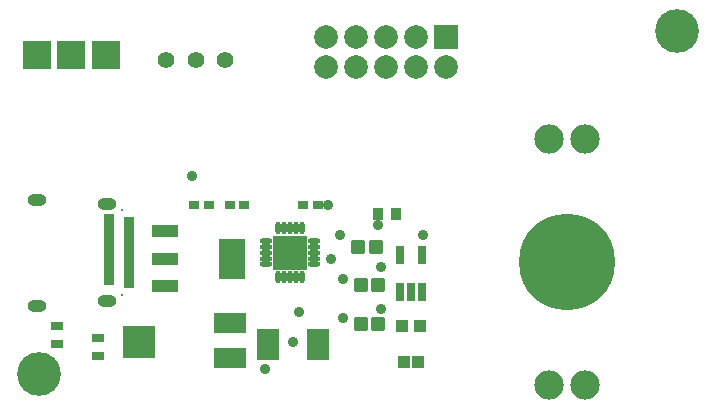
<source format=gts>
G04 Layer_Color=20142*
%FSLAX24Y24*%
%MOIN*%
G70*
G01*
G75*
%ADD43R,0.0434X0.0316*%
%ADD44R,0.0395X0.0434*%
%ADD45R,0.0400X0.0400*%
%ADD46R,0.0297X0.0630*%
%ADD47R,0.0907X0.1340*%
%ADD48R,0.0907X0.0434*%
%ADD49O,0.0434X0.0178*%
%ADD50O,0.0178X0.0434*%
%ADD51R,0.1143X0.1143*%
%ADD52R,0.0749X0.0257*%
G04:AMPARAMS|DCode=53|XSize=47.4mil|YSize=47.4mil|CornerRadius=8.9mil|HoleSize=0mil|Usage=FLASHONLY|Rotation=180.000|XOffset=0mil|YOffset=0mil|HoleType=Round|Shape=RoundedRectangle|*
%AMROUNDEDRECTD53*
21,1,0.0474,0.0295,0,0,180.0*
21,1,0.0295,0.0474,0,0,180.0*
1,1,0.0178,-0.0148,0.0148*
1,1,0.0178,0.0148,0.0148*
1,1,0.0178,0.0148,-0.0148*
1,1,0.0178,-0.0148,-0.0148*
%
%ADD53ROUNDEDRECTD53*%
%ADD54C,0.3200*%
%ADD55R,0.0356X0.0198*%
%ADD56R,0.1064X0.1064*%
%ADD57R,0.1064X0.0671*%
%ADD58R,0.0319X0.0279*%
%ADD59R,0.0375X0.0415*%
%ADD60R,0.0789X0.0789*%
%ADD61C,0.0789*%
%ADD62C,0.0980*%
%ADD63O,0.0631X0.0395*%
%ADD64C,0.0080*%
%ADD65R,0.0966X0.0966*%
%ADD66C,0.0552*%
%ADD67C,0.0356*%
%ADD68C,0.1458*%
%ADD69C,0.0277*%
D43*
X5709Y6102D02*
D03*
Y6693D02*
D03*
X7086Y5709D02*
D03*
Y6299D02*
D03*
D44*
X17756Y5512D02*
D03*
X17283D02*
D03*
D45*
X17220Y6693D02*
D03*
X17820D02*
D03*
D46*
X17146Y7854D02*
D03*
X17520D02*
D03*
X17894D02*
D03*
Y9075D02*
D03*
X17146D02*
D03*
D47*
X11555Y8957D02*
D03*
D48*
X9311Y8051D02*
D03*
Y8957D02*
D03*
Y9862D02*
D03*
D49*
X12677Y9547D02*
D03*
Y9350D02*
D03*
Y9154D02*
D03*
Y8957D02*
D03*
Y8760D02*
D03*
X14291D02*
D03*
Y8957D02*
D03*
Y9154D02*
D03*
Y9350D02*
D03*
Y9547D02*
D03*
D50*
X13091Y8346D02*
D03*
X13287D02*
D03*
X13484D02*
D03*
X13681D02*
D03*
X13878D02*
D03*
Y9961D02*
D03*
X13681D02*
D03*
X13484D02*
D03*
X13287D02*
D03*
X13091D02*
D03*
D51*
X13484Y9154D02*
D03*
D52*
X12756Y6486D02*
D03*
Y6230D02*
D03*
Y5974D02*
D03*
Y5719D02*
D03*
X14409Y6486D02*
D03*
Y6230D02*
D03*
Y5974D02*
D03*
Y5719D02*
D03*
D53*
X16339Y9350D02*
D03*
X15748D02*
D03*
X15846Y8071D02*
D03*
X16437D02*
D03*
X15846Y6791D02*
D03*
X16437D02*
D03*
D54*
X22736Y8858D02*
D03*
D55*
X8134Y10236D02*
D03*
Y10039D02*
D03*
Y9843D02*
D03*
Y9646D02*
D03*
Y9449D02*
D03*
Y9252D02*
D03*
Y9055D02*
D03*
Y8858D02*
D03*
Y8661D02*
D03*
Y8465D02*
D03*
Y8268D02*
D03*
Y8071D02*
D03*
X7465Y8169D02*
D03*
Y8366D02*
D03*
Y8563D02*
D03*
Y8760D02*
D03*
Y8957D02*
D03*
Y9154D02*
D03*
Y9350D02*
D03*
Y9547D02*
D03*
Y9744D02*
D03*
Y9941D02*
D03*
Y10138D02*
D03*
Y10335D02*
D03*
D56*
X8465Y6181D02*
D03*
D57*
X11496Y6811D02*
D03*
Y5630D02*
D03*
D58*
X13933Y10728D02*
D03*
X14413D02*
D03*
X11473D02*
D03*
X11953D02*
D03*
X10292D02*
D03*
X10771D02*
D03*
D59*
X17028Y10433D02*
D03*
X16437D02*
D03*
D60*
X18701Y16339D02*
D03*
D61*
Y15339D02*
D03*
X17701Y16339D02*
D03*
Y15339D02*
D03*
X16701Y16339D02*
D03*
Y15339D02*
D03*
X15701Y16339D02*
D03*
Y15339D02*
D03*
X14701Y16339D02*
D03*
Y15339D02*
D03*
D62*
X22136Y12958D02*
D03*
X23336D02*
D03*
Y4758D02*
D03*
X22136D02*
D03*
D63*
X7382Y10780D02*
D03*
Y7528D02*
D03*
X5039Y10921D02*
D03*
Y7386D02*
D03*
D64*
X7874Y10571D02*
D03*
Y7736D02*
D03*
D65*
X7360Y15748D02*
D03*
X6201D02*
D03*
X5041D02*
D03*
D66*
X9366Y15563D02*
D03*
X10346Y15573D02*
D03*
X11326D02*
D03*
D67*
X14862Y8957D02*
D03*
X15157Y9744D02*
D03*
X14764Y10728D02*
D03*
X16535Y8661D02*
D03*
X13780Y7185D02*
D03*
X10236Y11713D02*
D03*
X17913Y9744D02*
D03*
X16535Y7283D02*
D03*
X15256Y6988D02*
D03*
Y8268D02*
D03*
X13580Y6170D02*
D03*
X12650Y5290D02*
D03*
X16437Y10077D02*
D03*
D68*
X5118Y5118D02*
D03*
X26378Y16535D02*
D03*
D69*
X13268Y9370D02*
D03*
X13701D02*
D03*
X13268Y8937D02*
D03*
X13701D02*
D03*
M02*

</source>
